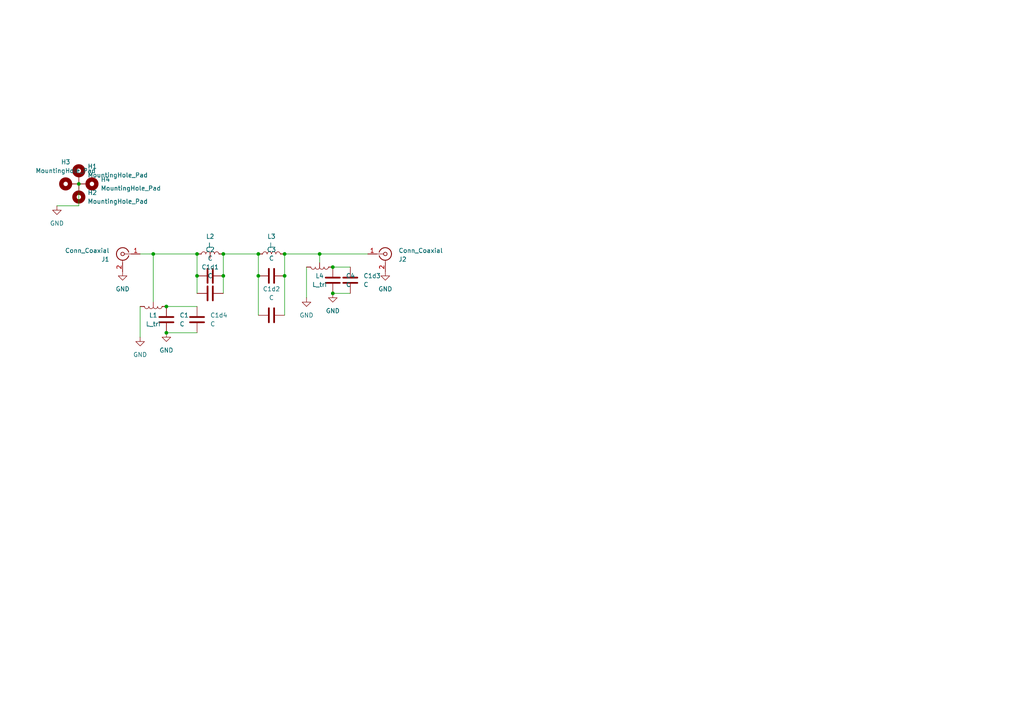
<source format=kicad_sch>
(kicad_sch (version 20250114) (generator "eeschema") (generator_version "9.0")
  (paper "A4")
  (lib_symbols
    (symbol "Connector:Conn_Coaxial" (pin_names (offset 1.016) (hide yes))
      (property "Reference" "J" (at 0.254 3.048 0))
      (property "Value" "Conn_Coaxial" (at 2.921 0 90))
      (symbol "Conn_Coaxial_0_1"
        (polyline (pts (xy -2.54 0) (xy -0.508 0)))
        (arc (start 1.778 0) (mid 0.222 -1.8079) (end -1.778 -0.508) (stroke (width 0.254)))
        (arc (start -1.778 0.508) (mid 0.2221 1.8084) (end 1.778 0) (stroke (width 0.254)))
        (circle (center 0 0) (radius 0.508) (stroke (width 0.2032)))
        (polyline (pts (xy 0 -2.54) (xy 0 -1.778)))
      )
      (symbol "Conn_Coaxial_1_1"
        (pin passive line (at -5.08 0 0) (length 2.54) (name "In") (number "1"))
        (pin passive line (at 0 -5.08 90) (length 2.54) (name "Ext") (number "2"))
      )
    )
    (symbol "Device:C" (pin_numbers (hide yes)) (pin_names (offset 0.254))
      (property "Reference" "C" (at 0.635 2.54 0))
      (property "Value" "C" (at 0.635 -2.54 0))
      (symbol "C_0_1"
        (polyline (pts (xy -2.032 0.762) (xy 2.032 0.762)) (stroke (width 0.508)))
        (polyline (pts (xy -2.032 -0.762) (xy 2.032 -0.762)) (stroke (width 0.508)))
      )
      (symbol "C_1_1"
        (pin passive line (at 0 3.81 270) (length 2.794) (name "~") (number "1"))
        (pin passive line (at 0 -3.81 90) (length 2.794) (name "~") (number "2"))
      )
    )
    (symbol "Device:L" (pin_numbers (hide yes)) (pin_names (offset 1.016) (hide yes))
      (property "Reference" "L" (at -1.27 0 90))
      (property "Value" "L" (at 1.905 0 90))
      (symbol "L_0_1"
        (arc (start 0 2.54) (mid 0.6323 1.905) (end 0 1.27))
        (arc (start 0 1.27) (mid 0.6323 0.635) (end 0 0))
        (arc (start 0 0) (mid 0.6323 -0.635) (end 0 -1.27))
        (arc (start 0 -1.27) (mid 0.6323 -1.905) (end 0 -2.54))
      )
      (symbol "L_1_1"
        (pin passive line (at 0 3.81 270) (length 1.27) (name "1") (number "1"))
        (pin passive line (at 0 -3.81 90) (length 1.27) (name "2") (number "2"))
      )
    )
    (symbol "L_1" (pin_numbers (hide yes)) (pin_names (offset 1.016) (hide yes))
      (property "Reference" "L2" (at 5.08 0 90))
      (property "Value" "L" (at 2.54 0 90))
      (symbol "L_1_0_1"
        (arc (start 0 2.54) (mid 0.6323 1.905) (end 0 1.27))
        (arc (start 0 1.27) (mid 0.6323 0.635) (end 0 0))
        (arc (start 0 0) (mid 0.6323 -0.635) (end 0 -1.27))
        (arc (start 0 -1.27) (mid 0.6323 -1.905) (end 0 -2.54))
      )
      (symbol "L_1_1_1"
        (pin passive line (at -1.27 0 0) (length 1.27) (name "2") (number "2"))
        (pin passive line (at 0 3.81 270) (length 1.27) (name "1") (number "1"))
        (pin passive line (at 0 -3.81 90) (length 1.27) (name "2") (number "2"))
      )
    )
    (symbol "Mechanical:MountingHole_Pad" (pin_numbers (hide yes)) (pin_names (offset 1.016) (hide yes)) (in_bom no)
      (property "Reference" "H" (at 0 6.35 0))
      (property "Value" "MountingHole_Pad" (at 0 4.445 0))
      (symbol "MountingHole_Pad_0_1"
        (circle (center 0 1.27) (radius 1.27) (stroke (width 1.27)))
      )
      (symbol "MountingHole_Pad_1_1"
        (pin input line (at 0 -2.54 90) (length 2.54) (name "1") (number "1"))
      )
    )
    (symbol "induttore-3:L_tri" (pin_numbers (hide yes)) (pin_names (offset 1.016) (hide yes))
      (property "Reference" "L2" (at 5.08 0 90))
      (property "Value" "L_tri" (at 2.54 0 90))
      (symbol "L_tri_0_1"
        (arc (start 0 2.54) (mid 0.6323 1.905) (end 0 1.27))
        (arc (start 0 1.27) (mid 0.6323 0.635) (end 0 0))
        (arc (start 0 0) (mid 0.6323 -0.635) (end 0 -1.27))
        (arc (start 0 -1.27) (mid 0.6323 -1.905) (end 0 -2.54))
      )
      (symbol "L_tri_1_1"
        (pin passive line (at -1.27 0 0) (length 1.27) (name "2") (number "2"))
        (pin passive line (at 0 3.81 270) (length 1.27) (name "1") (number "1"))
        (pin passive line (at 0 -3.81 90) (length 1.27) (name "3") (number "3"))
      )
    )
    (symbol "power:GND" (power) (pin_numbers (hide yes)) (pin_names (offset 0) (hide yes))
      (property "Value" "GND" (at 0 -3.81 0))
      (symbol "GND_0_1"
        (polyline (pts (xy 0 0) (xy 0 -1.27) (xy 1.27 -1.27) (xy 0 -2.54) (xy -1.27 -1.27) (xy 0 -1.27)))
      )
      (symbol "GND_1_1"
        (pin power_in line (at 0 0 270) (length 0) (name "~") (number "1"))
      )
    )
  )
  (junction (at 22.86 53.34))
  (junction (at 96.52 85.09))
  (junction (at 64.77 80.01))
  (junction (at 57.15 80.01))
  (junction (at 74.93 73.66))
  (junction (at 57.15 73.66))
  (junction (at 74.93 80.01))
  (junction (at 44.45 73.66))
  (junction (at 64.77 73.66))
  (junction (at 96.52 77.47))
  (junction (at 82.55 80.01))
  (junction (at 82.55 73.66))
  (junction (at 92.71 73.66))
  (junction (at 48.26 88.9))
  (junction (at 48.26 96.52))
  (wire (pts (xy 40.64 88.9) (xy 40.64 97.79)))
  (wire (pts (xy 44.45 73.66) (xy 44.45 87.63)))
  (wire (pts (xy 44.45 73.66) (xy 57.15 73.66)))
  (wire (pts (xy 64.77 80.01) (xy 64.77 85.09)))
  (wire (pts (xy 82.55 73.66) (xy 92.71 73.66)))
  (wire (pts (xy 88.9 77.47) (xy 88.9 86.36)))
  (wire (pts (xy 64.77 73.66) (xy 64.77 80.01)))
  (wire (pts (xy 96.52 77.47) (xy 101.6 77.47)))
  (wire (pts (xy 48.26 96.52) (xy 57.15 96.52)))
  (wire (pts (xy 74.93 80.01) (xy 74.93 91.44)))
  (wire (pts (xy 57.15 80.01) (xy 57.15 85.09)))
  (wire (pts (xy 96.52 85.09) (xy 101.6 85.09)))
  (wire (pts (xy 48.26 88.9) (xy 57.15 88.9)))
  (wire (pts (xy 22.86 59.69) (xy 16.51 59.69)))
  (wire (pts (xy 82.55 80.01) (xy 82.55 91.44)))
  (wire (pts (xy 92.71 73.66) (xy 106.68 73.66)))
  (wire (pts (xy 92.71 73.66) (xy 92.71 76.2)))
  (wire (pts (xy 22.86 53.34) (xy 22.86 59.69)))
  (wire (pts (xy 57.15 73.66) (xy 57.15 80.01)))
  (wire (pts (xy 40.64 73.66) (xy 44.45 73.66)))
  (wire (pts (xy 74.93 73.66) (xy 74.93 80.01)))
  (wire (pts (xy 82.55 73.66) (xy 82.55 80.01)))
  (wire (pts (xy 64.77 73.66) (xy 74.93 73.66)))
  (symbol (lib_id "Device:C") (at 96.52 81.28 0) (unit 1)
    (property "Reference" "C4" (at 100.33 80.0099 0) (effects (justify left)))
    (property "Value" "C" (at 100.33 82.5499 0) (effects (justify left)))
    (property "Footprint" "3_Condensatori:condensatore_VA6AM_5" (effects (hide yes)))
    (property "Description" "Unpolarized capacitor" (effects (hide yes)))
  )
  (symbol (lib_id "Mechanical:MountingHole_Pad") (at 20.32 53.34 90) (unit 1) (in_bom no)
    (property "Reference" "H3" (at 19.05 46.99 90))
    (property "Value" "MountingHole_Pad" (at 19.05 49.53 90))
    (property "Footprint" "MountingHole:MountingHole_3.2mm_M3_Pad" (effects (hide yes)))
    (property "Description" "Mounting Hole with connection" (effects (hide yes)))
  )
  (symbol (lib_id "Device:C") (at 78.74 91.44 90) (unit 1)
    (property "Reference" "C1d2" (at 78.74 83.82 90))
    (property "Value" "C" (at 78.74 86.36 90))
    (property "Footprint" "3_Condensatori:C_1812_multiplo" (effects (hide yes)))
    (property "Description" "Unpolarized capacitor" (effects (hide yes)))
  )
  (symbol (lib_id "power:GND") (at 111.76 78.74 0) (mirror y) (unit 1)
    (property "Reference" "#PWR01006" (effects (hide yes)))
    (property "Value" "GND" (at 111.76 83.82 0))
    (property "Description" "Power symbol creates a global label with name \"GND\" , ground" (effects (hide yes)))
  )
  (symbol (lib_id "power:GND") (at 48.26 96.52 0) (unit 1)
    (property "Reference" "#PWR01003" (effects (hide yes)))
    (property "Value" "GND" (at 48.26 101.6 0))
    (property "Description" "Power symbol creates a global label with name \"GND\" , ground" (effects (hide yes)))
  )
  (symbol (lib_id "power:GND") (at 16.51 59.69 0) (unit 1)
    (property "Reference" "#PWR01" (effects (hide yes)))
    (property "Value" "GND" (at 16.51 64.77 0))
    (property "Description" "Power symbol creates a global label with name \"GND\" , ground" (effects (hide yes)))
  )
  (symbol (lib_id "Device:C") (at 60.96 80.01 270) (unit 1)
    (property "Reference" "C2" (at 60.96 72.39 90))
    (property "Value" "C" (at 60.96 74.93 90))
    (property "Footprint" "3_Condensatori:condensatore_VA6AM_5" (effects (hide yes)))
    (property "Description" "Unpolarized capacitor" (effects (hide yes)))
  )
  (symbol (lib_id "power:GND") (at 35.56 78.74 0) (unit 1)
    (property "Reference" "#PWR01001" (effects (hide yes)))
    (property "Value" "GND" (at 35.56 83.82 0))
    (property "Description" "Power symbol creates a global label with name \"GND\" , ground" (effects (hide yes)))
  )
  (symbol (lib_id "Mechanical:MountingHole_Pad") (at 22.86 50.8 0) (unit 1) (in_bom no)
    (property "Reference" "H1" (at 25.4 48.2599 0) (effects (justify left)))
    (property "Value" "MountingHole_Pad" (at 25.4 50.7999 0) (effects (justify left)))
    (property "Footprint" "MountingHole:MountingHole_3.2mm_M3_Pad" (effects (hide yes)))
    (property "Description" "Mounting Hole with connection" (effects (hide yes)))
  )
  (symbol (lib_id "Connector:Conn_Coaxial") (at 35.56 73.66 0) (mirror y) (unit 1)
    (property "Reference" "J1" (at 31.75 75.2233 0) (effects (justify left)))
    (property "Value" "Conn_Coaxial" (at 31.75 72.6833 0) (effects (justify left)))
    (property "Footprint" "1_Induttori:coax_solder" (effects (hide yes)))
    (property "Description" "coaxial connector (BNC, SMA, SMB, SMC, Cinch/RCA, LEMO, ...)" (effects (hide yes)))
  )
  (symbol (lib_id "Device:C") (at 78.74 80.01 270) (unit 1)
    (property "Reference" "C3" (at 78.74 72.39 90))
    (property "Value" "C" (at 78.74 74.93 90))
    (property "Footprint" "3_Condensatori:condensatore_VA6AM_5" (effects (hide yes)))
    (property "Description" "Unpolarized capacitor" (effects (hide yes)))
  )
  (symbol (lib_id "Device:C") (at 48.26 92.71 0) (unit 1)
    (property "Reference" "C1" (at 52.07 91.4399 0) (effects (justify left)))
    (property "Value" "C" (at 52.07 93.9799 0) (effects (justify left)))
    (property "Footprint" "3_Condensatori:condensatore_VA6AM_5" (effects (hide yes)))
    (property "Description" "Unpolarized capacitor" (effects (hide yes)))
  )
  (symbol (lib_id "Device:L") (at 78.74 73.66 90) (unit 1)
    (property "Reference" "L3" (at 78.74 68.58 90))
    (property "Value" "L" (at 78.74 71.12 90))
    (property "Footprint" "1_Induttori:va6am_induttore" (effects (hide yes)))
    (property "Description" "Inductor" (effects (hide yes)))
  )
  (symbol (lib_id "Connector:Conn_Coaxial") (at 111.76 73.66 0) (unit 1)
    (property "Reference" "J2" (at 115.57 75.2233 0) (effects (justify left)))
    (property "Value" "Conn_Coaxial" (at 115.57 72.6833 0) (effects (justify left)))
    (property "Footprint" "1_Induttori:coax_solder" (effects (hide yes)))
    (property "Description" "coaxial connector (BNC, SMA, SMB, SMC, Cinch/RCA, LEMO, ...)" (effects (hide yes)))
  )
  (symbol (lib_id "power:GND") (at 88.9 86.36 0) (unit 1)
    (property "Reference" "#PWR01004" (effects (hide yes)))
    (property "Value" "GND" (at 88.9 91.44 0))
    (property "Description" "Power symbol creates a global label with name \"GND\" , ground" (effects (hide yes)))
  )
  (symbol (lib_id "power:GND") (at 96.52 85.09 0) (unit 1)
    (property "Reference" "#PWR01005" (effects (hide yes)))
    (property "Value" "GND" (at 96.52 90.17 0))
    (property "Description" "Power symbol creates a global label with name \"GND\" , ground" (effects (hide yes)))
  )
  (symbol (lib_id "Device:C") (at 101.6 81.28 180) (unit 1)
    (property "Reference" "C1d3" (at 105.41 80.0099 0) (effects (justify right)))
    (property "Value" "C" (at 105.41 82.5499 0) (effects (justify right)))
    (property "Footprint" "3_Condensatori:C_1812_multiplo" (effects (hide yes)))
    (property "Description" "Unpolarized capacitor" (effects (hide yes)))
  )
  (symbol (lib_name "L_1") (lib_id "Device:L") (at 60.96 73.66 90) (unit 1)
    (property "Reference" "L2" (at 60.96 68.58 90))
    (property "Value" "L" (at 60.96 71.12 90))
    (property "Footprint" "1_Induttori:va6am_induttore" (effects (hide yes)))
    (property "Description" "Inductor" (effects (hide yes)))
  )
  (symbol (lib_id "Mechanical:MountingHole_Pad") (at 25.4 53.34 270) (unit 1) (in_bom no)
    (property "Reference" "H4" (at 29.21 52.0699 90) (effects (justify left)))
    (property "Value" "MountingHole_Pad" (at 29.21 54.6099 90) (effects (justify left)))
    (property "Footprint" "MountingHole:MountingHole_3.2mm_M3_Pad" (effects (hide yes)))
    (property "Description" "Mounting Hole with connection" (effects (hide yes)))
  )
  (symbol (lib_id "power:GND") (at 40.64 97.79 0) (unit 1)
    (property "Reference" "#PWR01002" (effects (hide yes)))
    (property "Value" "GND" (at 40.64 102.87 0))
    (property "Description" "Power symbol creates a global label with name \"GND\" , ground" (effects (hide yes)))
  )
  (symbol (lib_id "Mechanical:MountingHole_Pad") (at 22.86 55.88 180) (unit 1) (in_bom no)
    (property "Reference" "H2" (at 25.4 55.8799 0) (effects (justify right)))
    (property "Value" "MountingHole_Pad" (at 25.4 58.4199 0) (effects (justify right)))
    (property "Footprint" "MountingHole:MountingHole_3.2mm_M3_Pad" (effects (hide yes)))
    (property "Description" "Mounting Hole with connection" (effects (hide yes)))
  )
  (symbol (lib_id "Device:C") (at 57.15 92.71 0) (unit 1)
    (property "Reference" "C1d4" (at 60.96 91.4399 0) (effects (justify left)))
    (property "Value" "C" (at 60.96 93.9799 0) (effects (justify left)))
    (property "Footprint" "3_Condensatori:C_1812_multiplo" (effects (hide yes)))
    (property "Description" "Unpolarized capacitor" (effects (hide yes)))
  )
  (symbol (lib_id "induttore-3:L_tri") (at 92.71 77.47 270) (unit 1)
    (property "Reference" "L4" (at 92.71 80.01 90))
    (property "Value" "L_tri" (at 92.71 82.55 90))
    (property "Footprint" "1_Induttori:va6am_induttore_3_pin_split" (effects (hide yes)))
    (property "Description" "Inductor" (effects (hide yes)))
  )
  (symbol (lib_id "induttore-3:L_tri") (at 44.45 88.9 270) (unit 1)
    (property "Reference" "L1" (at 44.45 91.44 90))
    (property "Value" "L_tri" (at 44.45 93.98 90))
    (property "Footprint" "1_Induttori:va6am_induttore_3_pin_split" (effects (hide yes)))
    (property "Description" "Inductor" (effects (hide yes)))
  )
  (symbol (lib_id "Device:C") (at 60.96 85.09 90) (unit 1)
    (property "Reference" "C1d1" (at 60.96 77.47 90))
    (property "Value" "C" (at 60.96 80.01 90))
    (property "Footprint" "3_Condensatori:C_1812_multiplo" (effects (hide yes)))
    (property "Description" "Unpolarized capacitor" (effects (hide yes)))
  )
)
</source>
